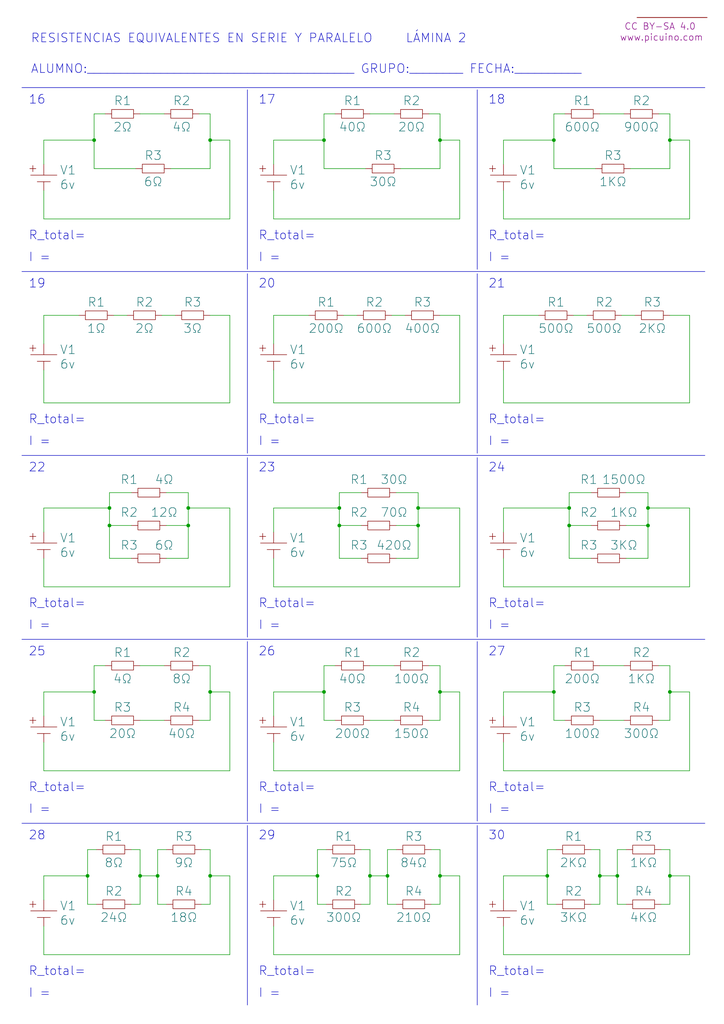
<source format=kicad_sch>
(kicad_sch (version 20230121) (generator eeschema)
  (paper "A4" portrait)
  (title_block (title "Circuitos eléctricos. Composición de resistencias en serie y paralelo") (date "8/05/2021") (company "www.picuino.com") (comment 1 "Copyright (c) 2021 by Carlos Pardo") (comment 2 "License CC BY-SA 4.0"))
  (lib_symbols
    (symbol "electric-resistencias-serie-paralelo-rescue:CopyRight-simbolos" (pin_names (offset 1.016))
      (property "License" "CC BY-SA 4.0" (at -1.27 -1.27 0))
      (property "Web" "www.picuino.com" (at 0 -1.27 0))
      (symbol "CopyRight-simbolos_0_1"
        (polyline (pts (xy -10.16 0) (xy 10.16 0)) (stroke (width 0.2032)))
      )
    )
    (symbol "electric-resistencias-serie-paralelo-rescue:Pila-simbolos" (pin_names (offset 1.016))
      (property "Reference" "V" (at 5.08 -4.445 0))
      (symbol "Pila-simbolos_0_1"
        (polyline (pts (xy -4.064 -1.27) (xy -2.286 -1.27)))
        (polyline (pts (xy -3.81 -3.175) (xy 3.81 -3.175)))
        (polyline (pts (xy -3.175 -0.381) (xy -3.175 -2.159)))
        (polyline (pts (xy -1.905 -5.08) (xy 1.905 -5.08)))
      )
      (symbol "Pila-simbolos_1_1"
        (pin input line (at 0 -7.62 90) (length 2.54) (name "") (number ""))
        (pin input line (at 0 0 270) (length 3.175) (name "") (number ""))
      )
    )
    (symbol "electric-resistencias-serie-paralelo-rescue:resistencia-simbolos" (pin_names (offset 1.016))
      (property "Reference" "R" (at 1.905 -5.08 0))
      (symbol "resistencia-simbolos_0_1"
        (rectangle (start -1.27 -1.905) (end 1.27 -8.255))
      )
      (symbol "resistencia-simbolos_1_1"
        (pin input line (at 0 -10.16 90) (length 1.905) (name "") (number ""))
        (pin input line (at 0 0 270) (length 1.905) (name "") (number ""))
      )
    )
  )
  (junction (at 160.655 200.66))
  (junction (at 179.07 254))
  (junction (at 173.99 254))
  (junction (at 98.425 147.32))
  (junction (at 127.635 40.64))
  (junction (at 45.72 254))
  (junction (at 121.285 147.32))
  (junction (at 121.285 152.4))
  (junction (at 92.075 254))
  (junction (at 54.61 152.4))
  (junction (at 25.4 254))
  (junction (at 194.31 200.66))
  (junction (at 60.96 254))
  (junction (at 27.305 200.66))
  (junction (at 27.305 40.64))
  (junction (at 187.96 152.4))
  (junction (at 127.635 254))
  (junction (at 194.31 254))
  (junction (at 194.31 40.64))
  (junction (at 93.98 200.66))
  (junction (at 60.96 200.66))
  (junction (at 160.655 40.64))
  (junction (at 40.64 254))
  (junction (at 31.75 147.32))
  (junction (at 98.425 152.4))
  (junction (at 127.635 200.66))
  (junction (at 31.75 152.4))
  (junction (at 165.1 152.4))
  (junction (at 54.61 147.32))
  (junction (at 60.96 40.64))
  (junction (at 158.75 254))
  (junction (at 187.96 147.32))
  (junction (at 112.395 254))
  (junction (at 93.98 40.64))
  (junction (at 165.1 147.32))
  (junction (at 107.315 254))
  (wire (pts (xy 25.4 246.38) (xy 25.4 254)))
  (wire (pts (xy 12.7 223.52) (xy 66.675 223.52)))
  (wire (pts (xy 107.315 254) (xy 107.315 262.255)))
  (wire (pts (xy 66.675 147.32) (xy 66.675 170.18)))
  (wire (pts (xy 194.31 200.66) (xy 194.31 208.915)))
  (wire (pts (xy 93.98 48.895) (xy 106.045 48.895)))
  (wire (pts (xy 12.7 161.925) (xy 12.7 170.18)))
  (wire (pts (xy 107.315 193.04) (xy 114.3 193.04)))
  (wire (pts (xy 158.75 246.38) (xy 158.75 254)))
  (wire (pts (xy 45.72 254) (xy 45.72 246.38)))
  (wire (pts (xy 158.75 254) (xy 158.75 262.255)))
  (wire (pts (xy 54.61 147.32) (xy 66.675 147.32)))
  (wire (pts (xy 200.025 116.84) (xy 146.05 116.84)))
  (wire (pts (xy 160.655 40.64) (xy 160.655 48.895)))
  (wire (pts (xy 133.35 254) (xy 133.35 276.86)))
  (wire (pts (xy 158.75 262.255) (xy 161.29 262.255)))
  (wire (pts (xy 200.025 147.32) (xy 200.025 170.18)))
  (wire (pts (xy 66.675 254) (xy 66.675 276.86)))
  (wire (pts (xy 94.615 246.38) (xy 92.075 246.38)))
  (wire (pts (xy 31.75 152.4) (xy 31.75 161.925)))
  (wire (pts (xy 133.35 91.44) (xy 133.35 116.84)))
  (wire (pts (xy 165.1 161.925) (xy 171.45 161.925)))
  (wire (pts (xy 200.025 200.66) (xy 200.025 223.52)))
  (wire (pts (xy 127.635 254) (xy 127.635 262.255)))
  (wire (pts (xy 146.05 254) (xy 146.05 260.985)))
  (wire (pts (xy 121.285 152.4) (xy 121.285 161.925)))
  (wire (pts (xy 173.99 246.38) (xy 173.99 254)))
  (wire (pts (xy 79.375 99.695) (xy 79.375 91.44)))
  (wire (pts (xy 60.96 40.64) (xy 66.675 40.64)))
  (wire (pts (xy 79.375 200.66) (xy 79.375 207.645)))
  (wire (pts (xy 60.96 33.02) (xy 60.96 40.64)))
  (polyline (pts (xy 6.35 132.08) (xy 204.47 132.08)))
  (wire (pts (xy 97.155 193.04) (xy 93.98 193.04)))
  (wire (pts (xy 114.935 142.875) (xy 121.285 142.875)))
  (wire (pts (xy 146.05 40.64) (xy 160.655 40.64)))
  (wire (pts (xy 161.29 246.38) (xy 158.75 246.38)))
  (wire (pts (xy 12.7 268.605) (xy 12.7 276.86)))
  (wire (pts (xy 160.655 208.915) (xy 163.83 208.915)))
  (wire (pts (xy 146.05 99.695) (xy 146.05 91.44)))
  (wire (pts (xy 79.375 40.64) (xy 79.375 47.625)))
  (wire (pts (xy 146.05 268.605) (xy 146.05 276.86)))
  (wire (pts (xy 98.425 147.32) (xy 98.425 152.4)))
  (wire (pts (xy 146.05 215.265) (xy 146.05 223.52)))
  (wire (pts (xy 12.7 147.32) (xy 31.75 147.32)))
  (wire (pts (xy 27.305 48.895) (xy 39.37 48.895)))
  (wire (pts (xy 187.96 147.32) (xy 200.025 147.32)))
  (wire (pts (xy 25.4 254) (xy 25.4 262.255)))
  (wire (pts (xy 92.075 262.255) (xy 94.615 262.255)))
  (wire (pts (xy 60.96 91.44) (xy 66.675 91.44)))
  (wire (pts (xy 30.48 193.04) (xy 27.305 193.04)))
  (wire (pts (xy 79.375 63.5) (xy 133.35 63.5)))
  (wire (pts (xy 107.315 33.02) (xy 114.3 33.02)))
  (wire (pts (xy 60.96 200.66) (xy 60.96 208.915)))
  (wire (pts (xy 127.635 40.64) (xy 127.635 48.895)))
  (wire (pts (xy 27.305 40.64) (xy 27.305 48.895)))
  (wire (pts (xy 127.635 200.66) (xy 127.635 208.915)))
  (wire (pts (xy 160.655 48.895) (xy 172.72 48.895)))
  (wire (pts (xy 79.375 55.245) (xy 79.375 63.5)))
  (wire (pts (xy 66.675 40.64) (xy 66.675 63.5)))
  (wire (pts (xy 92.075 246.38) (xy 92.075 254)))
  (wire (pts (xy 79.375 223.52) (xy 133.35 223.52)))
  (wire (pts (xy 127.635 193.04) (xy 127.635 200.66)))
  (wire (pts (xy 127.635 246.38) (xy 127.635 254)))
  (polyline (pts (xy 71.755 132.715) (xy 71.755 184.785)))
  (wire (pts (xy 194.31 254) (xy 194.31 262.255)))
  (wire (pts (xy 200.025 91.44) (xy 200.025 116.84)))
  (wire (pts (xy 127.635 33.02) (xy 127.635 40.64)))
  (wire (pts (xy 127.635 48.895) (xy 116.205 48.895)))
  (wire (pts (xy 146.05 147.32) (xy 146.05 154.305)))
  (wire (pts (xy 12.7 154.305) (xy 12.7 147.32)))
  (wire (pts (xy 146.05 161.925) (xy 146.05 170.18)))
  (wire (pts (xy 31.75 161.925) (xy 38.1 161.925)))
  (wire (pts (xy 79.375 268.605) (xy 79.375 276.86)))
  (wire (pts (xy 133.35 147.32) (xy 133.35 170.18)))
  (wire (pts (xy 60.96 246.38) (xy 58.42 246.38)))
  (polyline (pts (xy 71.755 239.395) (xy 71.755 291.465)))
  (wire (pts (xy 79.375 161.925) (xy 79.375 170.18)))
  (wire (pts (xy 133.35 116.84) (xy 79.375 116.84)))
  (wire (pts (xy 60.96 193.04) (xy 57.785 193.04)))
  (wire (pts (xy 98.425 142.875) (xy 98.425 147.32)))
  (wire (pts (xy 173.99 262.255) (xy 171.45 262.255)))
  (wire (pts (xy 127.635 200.66) (xy 133.35 200.66)))
  (wire (pts (xy 45.72 262.255) (xy 45.72 254)))
  (wire (pts (xy 194.31 33.02) (xy 194.31 40.64)))
  (wire (pts (xy 200.025 170.18) (xy 146.05 170.18)))
  (wire (pts (xy 31.75 147.32) (xy 31.75 152.4)))
  (wire (pts (xy 165.1 152.4) (xy 171.45 152.4)))
  (wire (pts (xy 114.935 262.255) (xy 112.395 262.255)))
  (wire (pts (xy 107.315 246.38) (xy 107.315 254)))
  (wire (pts (xy 98.425 152.4) (xy 98.425 161.925)))
  (wire (pts (xy 98.425 161.925) (xy 104.775 161.925)))
  (wire (pts (xy 93.98 200.66) (xy 93.98 208.915)))
  (wire (pts (xy 93.98 40.64) (xy 93.98 48.895)))
  (wire (pts (xy 146.05 63.5) (xy 200.025 63.5)))
  (wire (pts (xy 27.94 246.38) (xy 25.4 246.38)))
  (wire (pts (xy 107.315 262.255) (xy 104.775 262.255)))
  (polyline (pts (xy 6.35 238.76) (xy 204.47 238.76)))
  (wire (pts (xy 173.99 254) (xy 179.07 254)))
  (wire (pts (xy 40.64 254) (xy 40.64 262.255)))
  (wire (pts (xy 79.375 154.305) (xy 79.375 147.32)))
  (wire (pts (xy 25.4 262.255) (xy 27.94 262.255)))
  (wire (pts (xy 133.35 40.64) (xy 133.35 63.5)))
  (wire (pts (xy 60.96 262.255) (xy 58.42 262.255)))
  (wire (pts (xy 121.285 142.875) (xy 121.285 147.32)))
  (wire (pts (xy 54.61 152.4) (xy 54.61 161.925)))
  (polyline (pts (xy 138.43 239.395) (xy 138.43 291.465)))
  (wire (pts (xy 146.05 91.44) (xy 156.21 91.44)))
  (wire (pts (xy 121.285 147.32) (xy 133.35 147.32)))
  (wire (pts (xy 27.305 193.04) (xy 27.305 200.66)))
  (wire (pts (xy 79.375 215.265) (xy 79.375 223.52)))
  (wire (pts (xy 60.96 246.38) (xy 60.96 254)))
  (wire (pts (xy 187.96 142.875) (xy 187.96 147.32)))
  (wire (pts (xy 30.48 33.02) (xy 27.305 33.02)))
  (wire (pts (xy 127.635 262.255) (xy 125.095 262.255)))
  (wire (pts (xy 99.695 91.44) (xy 103.505 91.44)))
  (wire (pts (xy 60.96 193.04) (xy 60.96 200.66)))
  (wire (pts (xy 173.99 193.04) (xy 180.975 193.04)))
  (wire (pts (xy 60.96 208.915) (xy 57.785 208.915)))
  (wire (pts (xy 180.34 91.44) (xy 184.15 91.44)))
  (wire (pts (xy 121.285 161.925) (xy 114.935 161.925)))
  (wire (pts (xy 179.07 254) (xy 179.07 246.38)))
  (wire (pts (xy 79.375 147.32) (xy 98.425 147.32)))
  (wire (pts (xy 187.96 152.4) (xy 187.96 161.925)))
  (wire (pts (xy 104.775 246.38) (xy 107.315 246.38)))
  (wire (pts (xy 194.31 246.38) (xy 191.77 246.38)))
  (polyline (pts (xy 6.35 25.4) (xy 204.47 25.4)))
  (wire (pts (xy 194.31 40.64) (xy 200.025 40.64)))
  (wire (pts (xy 98.425 152.4) (xy 104.775 152.4)))
  (wire (pts (xy 127.635 91.44) (xy 133.35 91.44)))
  (wire (pts (xy 60.96 254) (xy 66.675 254)))
  (wire (pts (xy 33.02 91.44) (xy 36.83 91.44)))
  (wire (pts (xy 146.05 55.245) (xy 146.05 63.5)))
  (wire (pts (xy 194.31 193.04) (xy 191.135 193.04)))
  (wire (pts (xy 112.395 254) (xy 112.395 246.38)))
  (wire (pts (xy 93.98 193.04) (xy 93.98 200.66)))
  (wire (pts (xy 40.64 254) (xy 45.72 254)))
  (wire (pts (xy 171.45 142.875) (xy 165.1 142.875)))
  (wire (pts (xy 66.675 91.44) (xy 66.675 116.84)))
  (wire (pts (xy 31.75 142.875) (xy 31.75 147.32)))
  (wire (pts (xy 38.1 142.875) (xy 31.75 142.875)))
  (wire (pts (xy 27.305 33.02) (xy 27.305 40.64)))
  (wire (pts (xy 12.7 254) (xy 12.7 260.985)))
  (wire (pts (xy 31.75 152.4) (xy 38.1 152.4)))
  (wire (pts (xy 54.61 161.925) (xy 48.26 161.925)))
  (wire (pts (xy 60.96 200.66) (xy 66.675 200.66)))
  (wire (pts (xy 45.72 246.38) (xy 48.26 246.38)))
  (wire (pts (xy 27.305 200.66) (xy 27.305 208.915)))
  (wire (pts (xy 194.31 33.02) (xy 191.135 33.02)))
  (wire (pts (xy 146.05 276.86) (xy 200.025 276.86)))
  (polyline (pts (xy 71.755 26.035) (xy 71.755 78.105)))
  (wire (pts (xy 97.155 33.02) (xy 93.98 33.02)))
  (wire (pts (xy 12.7 55.245) (xy 12.7 63.5)))
  (wire (pts (xy 127.635 40.64) (xy 133.35 40.64)))
  (wire (pts (xy 92.075 254) (xy 92.075 262.255)))
  (wire (pts (xy 66.675 116.84) (xy 12.7 116.84)))
  (polyline (pts (xy 138.43 132.715) (xy 138.43 184.785)))
  (wire (pts (xy 146.05 107.315) (xy 146.05 116.84)))
  (wire (pts (xy 54.61 152.4) (xy 48.26 152.4)))
  (wire (pts (xy 12.7 91.44) (xy 22.86 91.44)))
  (wire (pts (xy 104.775 142.875) (xy 98.425 142.875)))
  (wire (pts (xy 46.99 91.44) (xy 50.8 91.44)))
  (polyline (pts (xy 6.35 185.42) (xy 204.47 185.42)))
  (wire (pts (xy 165.1 147.32) (xy 165.1 152.4)))
  (wire (pts (xy 121.285 152.4) (xy 114.935 152.4)))
  (polyline (pts (xy 71.755 186.055) (xy 71.755 238.125)))
  (wire (pts (xy 127.635 33.02) (xy 124.46 33.02)))
  (wire (pts (xy 187.96 147.32) (xy 187.96 152.4)))
  (wire (pts (xy 54.61 147.32) (xy 54.61 152.4)))
  (wire (pts (xy 66.675 170.18) (xy 12.7 170.18)))
  (wire (pts (xy 54.61 142.875) (xy 54.61 147.32)))
  (wire (pts (xy 107.315 254) (xy 112.395 254)))
  (wire (pts (xy 173.99 33.02) (xy 180.975 33.02)))
  (wire (pts (xy 79.375 254) (xy 92.075 254)))
  (wire (pts (xy 12.7 63.5) (xy 66.675 63.5)))
  (wire (pts (xy 47.625 208.915) (xy 40.64 208.915)))
  (wire (pts (xy 40.64 262.255) (xy 38.1 262.255)))
  (wire (pts (xy 66.675 200.66) (xy 66.675 223.52)))
  (wire (pts (xy 187.96 152.4) (xy 181.61 152.4)))
  (wire (pts (xy 160.655 193.04) (xy 160.655 200.66)))
  (wire (pts (xy 127.635 208.915) (xy 124.46 208.915)))
  (wire (pts (xy 146.05 147.32) (xy 165.1 147.32)))
  (wire (pts (xy 194.31 91.44) (xy 200.025 91.44)))
  (wire (pts (xy 181.61 142.875) (xy 187.96 142.875)))
  (wire (pts (xy 93.98 33.02) (xy 93.98 40.64)))
  (wire (pts (xy 146.05 40.64) (xy 146.05 47.625)))
  (wire (pts (xy 60.96 48.895) (xy 49.53 48.895)))
  (wire (pts (xy 160.655 33.02) (xy 160.655 40.64)))
  (polyline (pts (xy 6.35 78.74) (xy 204.47 78.74)))
  (wire (pts (xy 60.96 254) (xy 60.96 262.255)))
  (wire (pts (xy 12.7 215.265) (xy 12.7 223.52)))
  (polyline (pts (xy 138.43 26.035) (xy 138.43 78.105)))
  (wire (pts (xy 166.37 91.44) (xy 170.18 91.44)))
  (wire (pts (xy 146.05 200.66) (xy 160.655 200.66)))
  (wire (pts (xy 179.07 246.38) (xy 181.61 246.38)))
  (wire (pts (xy 194.31 40.64) (xy 194.31 48.895)))
  (wire (pts (xy 12.7 40.64) (xy 27.305 40.64)))
  (wire (pts (xy 133.35 170.18) (xy 79.375 170.18)))
  (polyline (pts (xy 138.43 79.375) (xy 138.43 131.445)))
  (wire (pts (xy 165.1 152.4) (xy 165.1 161.925)))
  (wire (pts (xy 194.31 254) (xy 200.025 254)))
  (wire (pts (xy 180.975 208.915) (xy 173.99 208.915)))
  (wire (pts (xy 194.31 246.38) (xy 194.31 254)))
  (wire (pts (xy 48.26 142.875) (xy 54.61 142.875)))
  (wire (pts (xy 146.05 200.66) (xy 146.05 207.645)))
  (wire (pts (xy 12.7 40.64) (xy 12.7 47.625)))
  (wire (pts (xy 163.83 193.04) (xy 160.655 193.04)))
  (wire (pts (xy 12.7 107.315) (xy 12.7 116.84)))
  (wire (pts (xy 113.665 91.44) (xy 117.475 91.44)))
  (wire (pts (xy 79.375 200.66) (xy 93.98 200.66)))
  (wire (pts (xy 79.375 40.64) (xy 93.98 40.64)))
  (wire (pts (xy 127.635 254) (xy 133.35 254)))
  (wire (pts (xy 160.655 200.66) (xy 160.655 208.915)))
  (wire (pts (xy 79.375 276.86) (xy 133.35 276.86)))
  (wire (pts (xy 38.1 246.38) (xy 40.64 246.38)))
  (wire (pts (xy 112.395 262.255) (xy 112.395 254)))
  (wire (pts (xy 121.285 147.32) (xy 121.285 152.4)))
  (wire (pts (xy 127.635 246.38) (xy 125.095 246.38)))
  (wire (pts (xy 27.305 208.915) (xy 30.48 208.915)))
  (wire (pts (xy 12.7 200.66) (xy 27.305 200.66)))
  (wire (pts (xy 146.05 223.52) (xy 200.025 223.52)))
  (wire (pts (xy 171.45 246.38) (xy 173.99 246.38)))
  (wire (pts (xy 60.96 33.02) (xy 57.785 33.02)))
  (wire (pts (xy 200.025 40.64) (xy 200.025 63.5)))
  (wire (pts (xy 40.64 246.38) (xy 40.64 254)))
  (wire (pts (xy 194.31 262.255) (xy 191.77 262.255)))
  (wire (pts (xy 181.61 262.255) (xy 179.07 262.255)))
  (wire (pts (xy 194.31 48.895) (xy 182.88 48.895)))
  (wire (pts (xy 12.7 200.66) (xy 12.7 207.645)))
  (wire (pts (xy 114.3 208.915) (xy 107.315 208.915)))
  (wire (pts (xy 146.05 254) (xy 158.75 254)))
  (wire (pts (xy 163.83 33.02) (xy 160.655 33.02)))
  (wire (pts (xy 200.025 254) (xy 200.025 276.86)))
  (wire (pts (xy 112.395 246.38) (xy 114.935 246.38)))
  (wire (pts (xy 133.35 200.66) (xy 133.35 223.52)))
  (wire (pts (xy 48.26 262.255) (xy 45.72 262.255)))
  (wire (pts (xy 12.7 276.86) (xy 66.675 276.86)))
  (wire (pts (xy 179.07 262.255) (xy 179.07 254)))
  (wire (pts (xy 173.99 254) (xy 173.99 262.255)))
  (wire (pts (xy 60.96 40.64) (xy 60.96 48.895)))
  (polyline (pts (xy 138.43 186.055) (xy 138.43 238.125)))
  (wire (pts (xy 79.375 107.315) (xy 79.375 116.84)))
  (polyline (pts (xy 71.755 79.375) (xy 71.755 131.445)))
  (wire (pts (xy 165.1 142.875) (xy 165.1 147.32)))
  (wire (pts (xy 40.64 193.04) (xy 47.625 193.04)))
  (wire (pts (xy 12.7 254) (xy 25.4 254)))
  (wire (pts (xy 194.31 193.04) (xy 194.31 200.66)))
  (wire (pts (xy 12.7 99.695) (xy 12.7 91.44)))
  (wire (pts (xy 187.96 161.925) (xy 181.61 161.925)))
  (wire (pts (xy 40.64 33.02) (xy 47.625 33.02)))
  (wire (pts (xy 93.98 208.915) (xy 97.155 208.915)))
  (wire (pts (xy 127.635 193.04) (xy 124.46 193.04)))
  (wire (pts (xy 79.375 260.985) (xy 79.375 254)))
  (wire (pts (xy 194.31 208.915) (xy 191.135 208.915)))
  (wire (pts (xy 194.31 200.66) (xy 200.025 200.66)))
  (wire (pts (xy 79.375 91.44) (xy 89.535 91.44)))
  (text "RESISTENCIAS EQUIVALENTES EN SERIE Y PARALELO     LÁMINA 2" (at 8.89 12.7 0) (effects (font (size 2.54 2.54)) (justify left bottom)))
  (text "I =" (at 141.605 182.88 0) (effects (font (size 2.54 2.54)) (justify left bottom)))
  (text "I =" (at 74.93 289.56 0) (effects (font (size 2.54 2.54)) (justify left bottom)))
  (text "R_total=" (at 74.93 123.19 0) (effects (font (size 2.54 2.54)) (justify left bottom)))
  (text "R_total=" (at 141.605 69.85 0) (effects (font (size 2.54 2.54)) (justify left bottom)))
  (text "R_total=" (at 8.255 176.53 0) (effects (font (size 2.54 2.54)) (justify left bottom)))
  (text "23" (at 74.93 137.16 0) (effects (font (size 2.54 2.54)) (justify left bottom)))
  (text "28" (at 8.255 243.84 0) (effects (font (size 2.54 2.54)) (justify left bottom)))
  (text "R_total=" (at 74.93 229.87 0) (effects (font (size 2.54 2.54)) (justify left bottom)))
  (text "22" (at 8.255 137.16 0) (effects (font (size 2.54 2.54)) (justify left bottom)))
  (text "30" (at 141.605 243.84 0) (effects (font (size 2.54 2.54)) (justify left bottom)))
  (text "R_total=" (at 8.255 283.21 0) (effects (font (size 2.54 2.54)) (justify left bottom)))
  (text "I =" (at 74.93 76.2 0) (effects (font (size 2.54 2.54)) (justify left bottom)))
  (text "R_total=" (at 8.255 69.85 0) (effects (font (size 2.54 2.54)) (justify left bottom)))
  (text "I =" (at 141.605 76.2 0) (effects (font (size 2.54 2.54)) (justify left bottom)))
  (text "16" (at 8.255 30.48 0) (effects (font (size 2.54 2.54)) (justify left bottom)))
  (text "29" (at 74.93 243.84 0) (effects (font (size 2.54 2.54)) (justify left bottom)))
  (text "20" (at 74.93 83.82 0) (effects (font (size 2.54 2.54)) (justify left bottom)))
  (text "I =" (at 141.605 289.56 0) (effects (font (size 2.54 2.54)) (justify left bottom)))
  (text "I =" (at 8.255 182.88 0) (effects (font (size 2.54 2.54)) (justify left bottom)))
  (text "I =" (at 74.93 236.22 0) (effects (font (size 2.54 2.54)) (justify left bottom)))
  (text "R_total=" (at 74.93 176.53 0) (effects (font (size 2.54 2.54)) (justify left bottom)))
  (text "26" (at 74.93 190.5 0) (effects (font (size 2.54 2.54)) (justify left bottom)))
  (text "I =" (at 141.605 236.22 0) (effects (font (size 2.54 2.54)) (justify left bottom)))
  (text "I =" (at 74.93 129.54 0) (effects (font (size 2.54 2.54)) (justify left bottom)))
  (text "R_total=" (at 8.255 123.19 0) (effects (font (size 2.54 2.54)) (justify left bottom)))
  (text "17" (at 74.93 30.48 0) (effects (font (size 2.54 2.54)) (justify left bottom)))
  (text "I =" (at 8.255 76.2 0) (effects (font (size 2.54 2.54)) (justify left bottom)))
  (text "27" (at 141.605 190.5 0) (effects (font (size 2.54 2.54)) (justify left bottom)))
  (text "R_total=" (at 141.605 176.53 0) (effects (font (size 2.54 2.54)) (justify left bottom)))
  (text "R_total=" (at 141.605 283.21 0) (effects (font (size 2.54 2.54)) (justify left bottom)))
  (text "I =" (at 8.255 129.54 0) (effects (font (size 2.54 2.54)) (justify left bottom)))
  (text "25" (at 8.255 190.5 0) (effects (font (size 2.54 2.54)) (justify left bottom)))
  (text "R_total=" (at 8.255 229.87 0) (effects (font (size 2.54 2.54)) (justify left bottom)))
  (text "19" (at 8.255 83.82 0) (effects (font (size 2.54 2.54)) (justify left bottom)))
  (text "R_total=" (at 74.93 283.21 0) (effects (font (size 2.54 2.54)) (justify left bottom)))
  (text "I =" (at 74.93 182.88 0) (effects (font (size 2.54 2.54)) (justify left bottom)))
  (text "I =" (at 8.255 236.22 0) (effects (font (size 2.54 2.54)) (justify left bottom)))
  (text "R_total=" (at 141.605 229.87 0) (effects (font (size 2.54 2.54)) (justify left bottom)))
  (text "24" (at 141.605 137.16 0) (effects (font (size 2.54 2.54)) (justify left bottom)))
  (text "18" (at 141.605 30.48 0) (effects (font (size 2.54 2.54)) (justify left bottom)))
  (text "I =" (at 141.605 129.54 0) (effects (font (size 2.54 2.54)) (justify left bottom)))
  (text "I =" (at 8.255 289.56 0) (effects (font (size 2.54 2.54)) (justify left bottom)))
  (text "R_total=" (at 74.93 69.85 0) (effects (font (size 2.54 2.54)) (justify left bottom)))
  (text "R_total=" (at 141.605 123.19 0) (effects (font (size 2.54 2.54)) (justify left bottom)))
  (text "ALUMNO:________________________________________ GRUPO:________ FECHA:__________" (at 8.89 21.59 0) (effects (font (size 2.54 2.54)) (justify left bottom)))
  (text "21" (at 141.605 83.82 0) (effects (font (size 2.54 2.54)) (justify left bottom)))
  (symbol (lib_id "electric-resistencias-serie-paralelo-rescue:resistencia-simbolos") (at 57.785 33.02 270) (unit 1)
    (property "Reference" "R2" (at 52.705 29.21 90) (effects (font (size 2.54 2.54))))
    (property "Value" "4Ω" (at 52.705 36.83 90) (effects (font (size 2.54 2.54))))
  )
  (symbol (lib_id "electric-resistencias-serie-paralelo-rescue:resistencia-simbolos") (at 49.53 48.895 270) (unit 1)
    (property "Reference" "R3" (at 44.45 45.085 90) (effects (font (size 2.54 2.54))))
    (property "Value" "6Ω" (at 44.45 52.705 90) (effects (font (size 2.54 2.54))))
  )
  (symbol (lib_id "electric-resistencias-serie-paralelo-rescue:resistencia-simbolos") (at 40.64 33.02 270) (unit 1)
    (property "Reference" "R1" (at 35.56 29.21 90) (effects (font (size 2.54 2.54))))
    (property "Value" "2Ω" (at 35.56 36.83 90) (effects (font (size 2.54 2.54))))
  )
  (symbol (lib_id "electric-resistencias-serie-paralelo-rescue:resistencia-simbolos") (at 124.46 33.02 270) (unit 1)
    (property "Reference" "R2" (at 119.38 29.21 90) (effects (font (size 2.54 2.54))))
    (property "Value" "20Ω" (at 119.38 36.83 90) (effects (font (size 2.54 2.54))))
  )
  (symbol (lib_id "electric-resistencias-serie-paralelo-rescue:resistencia-simbolos") (at 116.205 48.895 270) (unit 1)
    (property "Reference" "R3" (at 111.125 45.085 90) (effects (font (size 2.54 2.54))))
    (property "Value" "30Ω" (at 111.125 52.705 90) (effects (font (size 2.54 2.54))))
  )
  (symbol (lib_id "electric-resistencias-serie-paralelo-rescue:resistencia-simbolos") (at 107.315 33.02 270) (unit 1)
    (property "Reference" "R1" (at 102.235 29.21 90) (effects (font (size 2.54 2.54))))
    (property "Value" "40Ω" (at 102.235 36.83 90) (effects (font (size 2.54 2.54))))
  )
  (symbol (lib_id "electric-resistencias-serie-paralelo-rescue:resistencia-simbolos") (at 191.135 33.02 270) (unit 1)
    (property "Reference" "R2" (at 186.055 29.21 90) (effects (font (size 2.54 2.54))))
    (property "Value" "900Ω" (at 186.055 36.83 90) (effects (font (size 2.54 2.54))))
  )
  (symbol (lib_id "electric-resistencias-serie-paralelo-rescue:resistencia-simbolos") (at 182.88 48.895 270) (unit 1)
    (property "Reference" "R3" (at 177.8 45.085 90) (effects (font (size 2.54 2.54))))
    (property "Value" "1KΩ" (at 177.8 52.705 90) (effects (font (size 2.54 2.54))))
  )
  (symbol (lib_id "electric-resistencias-serie-paralelo-rescue:resistencia-simbolos") (at 173.99 33.02 270) (unit 1)
    (property "Reference" "R1" (at 168.91 29.21 90) (effects (font (size 2.54 2.54))))
    (property "Value" "600Ω" (at 168.91 36.83 90) (effects (font (size 2.54 2.54))))
  )
  (symbol (lib_id "electric-resistencias-serie-paralelo-rescue:resistencia-simbolos") (at 33.02 91.44 270) (unit 1)
    (property "Reference" "R1" (at 27.94 87.63 90) (effects (font (size 2.54 2.54))))
    (property "Value" "1Ω" (at 27.94 95.25 90) (effects (font (size 2.54 2.54))))
  )
  (symbol (lib_id "electric-resistencias-serie-paralelo-rescue:resistencia-simbolos") (at 46.99 91.44 270) (unit 1)
    (property "Reference" "R2" (at 41.91 87.63 90) (effects (font (size 2.54 2.54))))
    (property "Value" "2Ω" (at 41.91 95.25 90) (effects (font (size 2.54 2.54))))
  )
  (symbol (lib_id "electric-resistencias-serie-paralelo-rescue:resistencia-simbolos") (at 60.96 91.44 270) (unit 1)
    (property "Reference" "R3" (at 55.88 87.63 90) (effects (font (size 2.54 2.54))))
    (property "Value" "3Ω" (at 55.88 95.25 90) (effects (font (size 2.54 2.54))))
  )
  (symbol (lib_id "electric-resistencias-serie-paralelo-rescue:resistencia-simbolos") (at 99.695 91.44 270) (unit 1)
    (property "Reference" "R1" (at 94.615 87.63 90) (effects (font (size 2.54 2.54))))
    (property "Value" "200Ω" (at 94.615 95.25 90) (effects (font (size 2.54 2.54))))
  )
  (symbol (lib_id "electric-resistencias-serie-paralelo-rescue:resistencia-simbolos") (at 113.665 91.44 270) (unit 1)
    (property "Reference" "R2" (at 108.585 87.63 90) (effects (font (size 2.54 2.54))))
    (property "Value" "600Ω" (at 108.585 95.25 90) (effects (font (size 2.54 2.54))))
  )
  (symbol (lib_id "electric-resistencias-serie-paralelo-rescue:resistencia-simbolos") (at 127.635 91.44 270) (unit 1)
    (property "Reference" "R3" (at 122.555 87.63 90) (effects (font (size 2.54 2.54))))
    (property "Value" "400Ω" (at 122.555 95.25 90) (effects (font (size 2.54 2.54))))
  )
  (symbol (lib_id "electric-resistencias-serie-paralelo-rescue:resistencia-simbolos") (at 166.37 91.44 270) (unit 1)
    (property "Reference" "R1" (at 161.29 87.63 90) (effects (font (size 2.54 2.54))))
    (property "Value" "500Ω" (at 161.29 95.25 90) (effects (font (size 2.54 2.54))))
  )
  (symbol (lib_id "electric-resistencias-serie-paralelo-rescue:resistencia-simbolos") (at 180.34 91.44 270) (unit 1)
    (property "Reference" "R2" (at 175.26 87.63 90) (effects (font (size 2.54 2.54))))
    (property "Value" "500Ω" (at 175.26 95.25 90) (effects (font (size 2.54 2.54))))
  )
  (symbol (lib_id "electric-resistencias-serie-paralelo-rescue:resistencia-simbolos") (at 194.31 91.44 270) (unit 1)
    (property "Reference" "R3" (at 189.23 87.63 90) (effects (font (size 2.54 2.54))))
    (property "Value" "2KΩ" (at 189.23 95.25 90) (effects (font (size 2.54 2.54))))
  )
  (symbol (lib_id "electric-resistencias-serie-paralelo-rescue:resistencia-simbolos") (at 48.26 152.4 270) (unit 1)
    (property "Reference" "R2" (at 37.465 148.59 90) (effects (font (size 2.54 2.54))))
    (property "Value" "12Ω" (at 47.625 148.59 90) (effects (font (size 2.54 2.54))))
  )
  (symbol (lib_id "electric-resistencias-serie-paralelo-rescue:resistencia-simbolos") (at 48.26 142.875 270) (unit 1)
    (property "Reference" "R1" (at 37.465 139.065 90) (effects (font (size 2.54 2.54))))
    (property "Value" "4Ω" (at 47.625 139.065 90) (effects (font (size 2.54 2.54))))
  )
  (symbol (lib_id "electric-resistencias-serie-paralelo-rescue:resistencia-simbolos") (at 48.26 161.925 270) (unit 1)
    (property "Reference" "R3" (at 37.465 158.115 90) (effects (font (size 2.54 2.54))))
    (property "Value" "6Ω" (at 47.625 158.115 90) (effects (font (size 2.54 2.54))))
  )
  (symbol (lib_id "electric-resistencias-serie-paralelo-rescue:resistencia-simbolos") (at 114.935 152.4 270) (unit 1)
    (property "Reference" "R2" (at 104.14 148.59 90) (effects (font (size 2.54 2.54))))
    (property "Value" "70Ω" (at 114.3 148.59 90) (effects (font (size 2.54 2.54))))
  )
  (symbol (lib_id "electric-resistencias-serie-paralelo-rescue:resistencia-simbolos") (at 114.935 142.875 270) (unit 1)
    (property "Reference" "R1" (at 104.14 139.065 90) (effects (font (size 2.54 2.54))))
    (property "Value" "30Ω" (at 114.3 139.065 90) (effects (font (size 2.54 2.54))))
  )
  (symbol (lib_id "electric-resistencias-serie-paralelo-rescue:resistencia-simbolos") (at 114.935 161.925 270) (unit 1)
    (property "Reference" "R3" (at 104.14 158.115 90) (effects (font (size 2.54 2.54))))
    (property "Value" "420Ω" (at 114.3 158.115 90) (effects (font (size 2.54 2.54))))
  )
  (symbol (lib_id "electric-resistencias-serie-paralelo-rescue:resistencia-simbolos") (at 181.61 152.4 270) (unit 1)
    (property "Reference" "R2" (at 170.815 148.59 90) (effects (font (size 2.54 2.54))))
    (property "Value" "1KΩ" (at 180.975 148.59 90) (effects (font (size 2.54 2.54))))
  )
  (symbol (lib_id "electric-resistencias-serie-paralelo-rescue:resistencia-simbolos") (at 181.61 142.875 270) (unit 1)
    (property "Reference" "R1" (at 170.815 139.065 90) (effects (font (size 2.54 2.54))))
    (property "Value" "1500Ω" (at 180.975 139.065 90) (effects (font (size 2.54 2.54))))
  )
  (symbol (lib_id "electric-resistencias-serie-paralelo-rescue:resistencia-simbolos") (at 181.61 161.925 270) (unit 1)
    (property "Reference" "R3" (at 170.815 158.115 90) (effects (font (size 2.54 2.54))))
    (property "Value" "3KΩ" (at 180.975 158.115 90) (effects (font (size 2.54 2.54))))
  )
  (symbol (lib_id "electric-resistencias-serie-paralelo-rescue:resistencia-simbolos") (at 57.785 193.04 270) (unit 1)
    (property "Reference" "R2" (at 52.705 189.23 90) (effects (font (size 2.54 2.54))))
    (property "Value" "8Ω" (at 52.705 196.85 90) (effects (font (size 2.54 2.54))))
  )
  (symbol (lib_id "electric-resistencias-serie-paralelo-rescue:resistencia-simbolos") (at 40.64 208.915 270) (unit 1)
    (property "Reference" "R3" (at 35.56 205.105 90) (effects (font (size 2.54 2.54))))
    (property "Value" "20Ω" (at 35.56 212.725 90) (effects (font (size 2.54 2.54))))
  )
  (symbol (lib_id "electric-resistencias-serie-paralelo-rescue:resistencia-simbolos") (at 40.64 193.04 270) (unit 1)
    (property "Reference" "R1" (at 35.56 189.23 90) (effects (font (size 2.54 2.54))))
    (property "Value" "4Ω" (at 35.56 196.85 90) (effects (font (size 2.54 2.54))))
  )
  (symbol (lib_id "electric-resistencias-serie-paralelo-rescue:resistencia-simbolos") (at 57.785 208.915 270) (unit 1)
    (property "Reference" "R4" (at 52.705 205.105 90) (effects (font (size 2.54 2.54))))
    (property "Value" "40Ω" (at 52.705 212.725 90) (effects (font (size 2.54 2.54))))
  )
  (symbol (lib_id "electric-resistencias-serie-paralelo-rescue:resistencia-simbolos") (at 58.42 246.38 270) (unit 1)
    (property "Reference" "R3" (at 53.34 242.57 90) (effects (font (size 2.54 2.54))))
    (property "Value" "9Ω" (at 53.34 250.19 90) (effects (font (size 2.54 2.54))))
  )
  (symbol (lib_id "electric-resistencias-serie-paralelo-rescue:resistencia-simbolos") (at 38.1 262.255 270) (unit 1)
    (property "Reference" "R2" (at 33.02 258.445 90) (effects (font (size 2.54 2.54))))
    (property "Value" "24Ω" (at 33.02 266.065 90) (effects (font (size 2.54 2.54))))
  )
  (symbol (lib_id "electric-resistencias-serie-paralelo-rescue:resistencia-simbolos") (at 38.1 246.38 270) (unit 1)
    (property "Reference" "R1" (at 33.02 242.57 90) (effects (font (size 2.54 2.54))))
    (property "Value" "8Ω" (at 33.02 250.19 90) (effects (font (size 2.54 2.54))))
  )
  (symbol (lib_id "electric-resistencias-serie-paralelo-rescue:resistencia-simbolos") (at 58.42 262.255 270) (unit 1)
    (property "Reference" "R4" (at 53.34 258.445 90) (effects (font (size 2.54 2.54))))
    (property "Value" "18Ω" (at 53.34 266.065 90) (effects (font (size 2.54 2.54))))
  )
  (symbol (lib_id "electric-resistencias-serie-paralelo-rescue:resistencia-simbolos") (at 125.095 246.38 270) (unit 1)
    (property "Reference" "R3" (at 120.015 242.57 90) (effects (font (size 2.54 2.54))))
    (property "Value" "84Ω" (at 120.015 250.19 90) (effects (font (size 2.54 2.54))))
  )
  (symbol (lib_id "electric-resistencias-serie-paralelo-rescue:resistencia-simbolos") (at 104.775 262.255 270) (unit 1)
    (property "Reference" "R2" (at 99.695 258.445 90) (effects (font (size 2.54 2.54))))
    (property "Value" "300Ω" (at 99.695 266.065 90) (effects (font (size 2.54 2.54))))
  )
  (symbol (lib_id "electric-resistencias-serie-paralelo-rescue:resistencia-simbolos") (at 104.775 246.38 270) (unit 1)
    (property "Reference" "R1" (at 99.695 242.57 90) (effects (font (size 2.54 2.54))))
    (property "Value" "75Ω" (at 99.695 250.19 90) (effects (font (size 2.54 2.54))))
  )
  (symbol (lib_id "electric-resistencias-serie-paralelo-rescue:resistencia-simbolos") (at 125.095 262.255 270) (unit 1)
    (property "Reference" "R4" (at 120.015 258.445 90) (effects (font (size 2.54 2.54))))
    (property "Value" "210Ω" (at 120.015 266.065 90) (effects (font (size 2.54 2.54))))
  )
  (symbol (lib_id "electric-resistencias-serie-paralelo-rescue:resistencia-simbolos") (at 191.77 246.38 270) (unit 1)
    (property "Reference" "R3" (at 186.69 242.57 90) (effects (font (size 2.54 2.54))))
    (property "Value" "1KΩ" (at 186.69 250.19 90) (effects (font (size 2.54 2.54))))
  )
  (symbol (lib_id "electric-resistencias-serie-paralelo-rescue:resistencia-simbolos") (at 171.45 262.255 270) (unit 1)
    (property "Reference" "R2" (at 166.37 258.445 90) (effects (font (size 2.54 2.54))))
    (property "Value" "3KΩ" (at 166.37 266.065 90) (effects (font (size 2.54 2.54))))
  )
  (symbol (lib_id "electric-resistencias-serie-paralelo-rescue:resistencia-simbolos") (at 171.45 246.38 270) (unit 1)
    (property "Reference" "R1" (at 166.37 242.57 90) (effects (font (size 2.54 2.54))))
    (property "Value" "2KΩ" (at 166.37 250.19 90) (effects (font (size 2.54 2.54))))
  )
  (symbol (lib_id "electric-resistencias-serie-paralelo-rescue:resistencia-simbolos") (at 191.77 262.255 270) (unit 1)
    (property "Reference" "R4" (at 186.69 258.445 90) (effects (font (size 2.54 2.54))))
    (property "Value" "4KΩ" (at 186.69 266.065 90) (effects (font (size 2.54 2.54))))
  )
  (symbol (lib_id "electric-resistencias-serie-paralelo-rescue:resistencia-simbolos") (at 124.46 193.04 270) (unit 1)
    (property "Reference" "R2" (at 119.38 189.23 90) (effects (font (size 2.54 2.54))))
    (property "Value" "100Ω" (at 119.38 196.85 90) (effects (font (size 2.54 2.54))))
  )
  (symbol (lib_id "electric-resistencias-serie-paralelo-rescue:resistencia-simbolos") (at 107.315 208.915 270) (unit 1)
    (property "Reference" "R3" (at 102.235 205.105 90) (effects (font (size 2.54 2.54))))
    (property "Value" "200Ω" (at 102.235 212.725 90) (effects (font (size 2.54 2.54))))
  )
  (symbol (lib_id "electric-resistencias-serie-paralelo-rescue:resistencia-simbolos") (at 107.315 193.04 270) (unit 1)
    (property "Reference" "R1" (at 102.235 189.23 90) (effects (font (size 2.54 2.54))))
    (property "Value" "40Ω" (at 102.235 196.85 90) (effects (font (size 2.54 2.54))))
  )
  (symbol (lib_id "electric-resistencias-serie-paralelo-rescue:resistencia-simbolos") (at 124.46 208.915 270) (unit 1)
    (property "Reference" "R4" (at 119.38 205.105 90) (effects (font (size 2.54 2.54))))
    (property "Value" "150Ω" (at 119.38 212.725 90) (effects (font (size 2.54 2.54))))
  )
  (symbol (lib_id "electric-resistencias-serie-paralelo-rescue:resistencia-simbolos") (at 191.135 193.04 270) (unit 1)
    (property "Reference" "R2" (at 186.055 189.23 90) (effects (font (size 2.54 2.54))))
    (property "Value" "1KΩ" (at 186.055 196.85 90) (effects (font (size 2.54 2.54))))
  )
  (symbol (lib_id "electric-resistencias-serie-paralelo-rescue:resistencia-simbolos") (at 173.99 208.915 270) (unit 1)
    (property "Reference" "R3" (at 168.91 205.105 90) (effects (font (size 2.54 2.54))))
    (property "Value" "100Ω" (at 168.91 212.725 90) (effects (font (size 2.54 2.54))))
  )
  (symbol (lib_id "electric-resistencias-serie-paralelo-rescue:resistencia-simbolos") (at 173.99 193.04 270) (unit 1)
    (property "Reference" "R1" (at 168.91 189.23 90) (effects (font (size 2.54 2.54))))
    (property "Value" "200Ω" (at 168.91 196.85 90) (effects (font (size 2.54 2.54))))
  )
  (symbol (lib_id "electric-resistencias-serie-paralelo-rescue:resistencia-simbolos") (at 191.135 208.915 270) (unit 1)
    (property "Reference" "R4" (at 186.055 205.105 90) (effects (font (size 2.54 2.54))))
    (property "Value" "300Ω" (at 186.055 212.725 90) (effects (font (size 2.54 2.54))))
  )
  (symbol (lib_id "electric-resistencias-serie-paralelo-rescue:Pila-simbolos") (at 12.7 260.985 0) (unit 1)
    (property "Reference" "V1" (at 17.2212 262.6868 0) (effects (font (size 2.54 2.54)) (justify left)))
    (property "Value" "6v" (at 17.2212 266.9032 0) (effects (font (size 2.54 2.54)) (justify left)))
  )
  (symbol (lib_id "electric-resistencias-serie-paralelo-rescue:Pila-simbolos") (at 146.05 207.645 0) (unit 1)
    (property "Reference" "V1" (at 150.5712 209.3468 0) (effects (font (size 2.54 2.54)) (justify left)))
    (property "Value" "6v" (at 150.5712 213.5632 0) (effects (font (size 2.54 2.54)) (justify left)))
  )
  (symbol (lib_id "electric-resistencias-serie-paralelo-rescue:Pila-simbolos") (at 12.7 154.305 0) (unit 1)
    (property "Reference" "V1" (at 17.2212 156.0068 0) (effects (font (size 2.54 2.54)) (justify left)))
    (property "Value" "6v" (at 17.2212 160.2232 0) (effects (font (size 2.54 2.54)) (justify left)))
  )
  (symbol (lib_id "electric-resistencias-serie-paralelo-rescue:Pila-simbolos") (at 79.375 99.695 0) (unit 1)
    (property "Reference" "V1" (at 83.8962 101.3968 0) (effects (font (size 2.54 2.54)) (justify left)))
    (property "Value" "6v" (at 83.8962 105.6132 0) (effects (font (size 2.54 2.54)) (justify left)))
  )
  (symbol (lib_id "electric-resistencias-serie-paralelo-rescue:Pila-simbolos") (at 146.05 99.695 0) (unit 1)
    (property "Reference" "V1" (at 150.5712 101.3968 0) (effects (font (size 2.54 2.54)) (justify left)))
    (property "Value" "6v" (at 150.5712 105.6132 0) (effects (font (size 2.54 2.54)) (justify left)))
  )
  (symbol (lib_id "electric-resistencias-serie-paralelo-rescue:Pila-simbolos") (at 146.05 47.625 0) (unit 1)
    (property "Reference" "V1" (at 150.5712 49.3268 0) (effects (font (size 2.54 2.54)) (justify left)))
    (property "Value" "6v" (at 150.5712 53.5432 0) (effects (font (size 2.54 2.54)) (justify left)))
  )
  (symbol (lib_id "electric-resistencias-serie-paralelo-rescue:Pila-simbolos") (at 79.375 260.985 0) (unit 1)
    (property "Reference" "V1" (at 83.8962 262.6868 0) (effects (font (size 2.54 2.54)) (justify left)))
    (property "Value" "6v" (at 83.8962 266.9032 0) (effects (font (size 2.54 2.54)) (justify left)))
  )
  (symbol (lib_id "electric-resistencias-serie-paralelo-rescue:Pila-simbolos") (at 79.375 47.625 0) (unit 1)
    (property "Reference" "V1" (at 83.8962 49.3268 0) (effects (font (size 2.54 2.54)) (justify left)))
    (property "Value" "6v" (at 83.8962 53.5432 0) (effects (font (size 2.54 2.54)) (justify left)))
  )
  (symbol (lib_id "electric-resistencias-serie-paralelo-rescue:Pila-simbolos") (at 12.7 47.625 0) (unit 1)
    (property "Reference" "V1" (at 17.2212 49.3268 0) (effects (font (size 2.54 2.54)) (justify left)))
    (property "Value" "6v" (at 17.2212 53.5432 0) (effects (font (size 2.54 2.54)) (justify left)))
  )
  (symbol (lib_id "electric-resistencias-serie-paralelo-rescue:Pila-simbolos") (at 79.375 154.305 0) (unit 1)
    (property "Reference" "V1" (at 83.8962 156.0068 0) (effects (font (size 2.54 2.54)) (justify left)))
    (property "Value" "6v" (at 83.8962 160.2232 0) (effects (font (size 2.54 2.54)) (justify left)))
  )
  (symbol (lib_id "electric-resistencias-serie-paralelo-rescue:Pila-simbolos") (at 12.7 99.695 0) (unit 1)
    (property "Reference" "V1" (at 17.2212 101.3968 0) (effects (font (size 2.54 2.54)) (justify left)))
    (property "Value" "6v" (at 17.2212 105.6132 0) (effects (font (size 2.54 2.54)) (justify left)))
  )
  (symbol (lib_id "electric-resistencias-serie-paralelo-rescue:Pila-simbolos") (at 146.05 154.305 0) (unit 1)
    (property "Reference" "V1" (at 150.5712 156.0068 0) (effects (font (size 2.54 2.54)) (justify left)))
    (property "Value" "6v" (at 150.5712 160.2232 0) (effects (font (size 2.54 2.54)) (justify left)))
  )
  (symbol (lib_id "electric-resistencias-serie-paralelo-rescue:Pila-simbolos") (at 79.375 207.645 0) (unit 1)
    (property "Reference" "V1" (at 83.8962 209.3468 0) (effects (font (size 2.54 2.54)) (justify left)))
    (property "Value" "6v" (at 83.8962 213.5632 0) (effects (font (size 2.54 2.54)) (justify left)))
  )
  (symbol (lib_id "electric-resistencias-serie-paralelo-rescue:Pila-simbolos") (at 146.05 260.985 0) (unit 1)
    (property "Reference" "V1" (at 150.5712 262.6868 0) (effects (font (size 2.54 2.54)) (justify left)))
    (property "Value" "6v" (at 150.5712 266.9032 0) (effects (font (size 2.54 2.54)) (justify left)))
  )
  (symbol (lib_id "electric-resistencias-serie-paralelo-rescue:Pila-simbolos") (at 12.7 207.645 0) (unit 1)
    (property "Reference" "V1" (at 17.2212 209.3468 0) (effects (font (size 2.54 2.54)) (justify left)))
    (property "Value" "6v" (at 17.2212 213.5632 0) (effects (font (size 2.54 2.54)) (justify left)))
  )
  (symbol (lib_id "electric-resistencias-serie-paralelo-rescue:CopyRight-simbolos") (at 194.945 5.08 0) (unit 1)
    (property "Reference" "CP?" (effects hide))
    (property "Value" "CopyRight" (effects hide))
    (property "License" "CC BY-SA 4.0" (at 201.93 7.62 0) (effects (font (size 1.905 1.905)) (justify right)))
    (property "Web" "www.picuino.com" (at 179.705 10.795 0) (effects (font (size 1.905 1.905)) (justify left)))
  )
)
</source>
